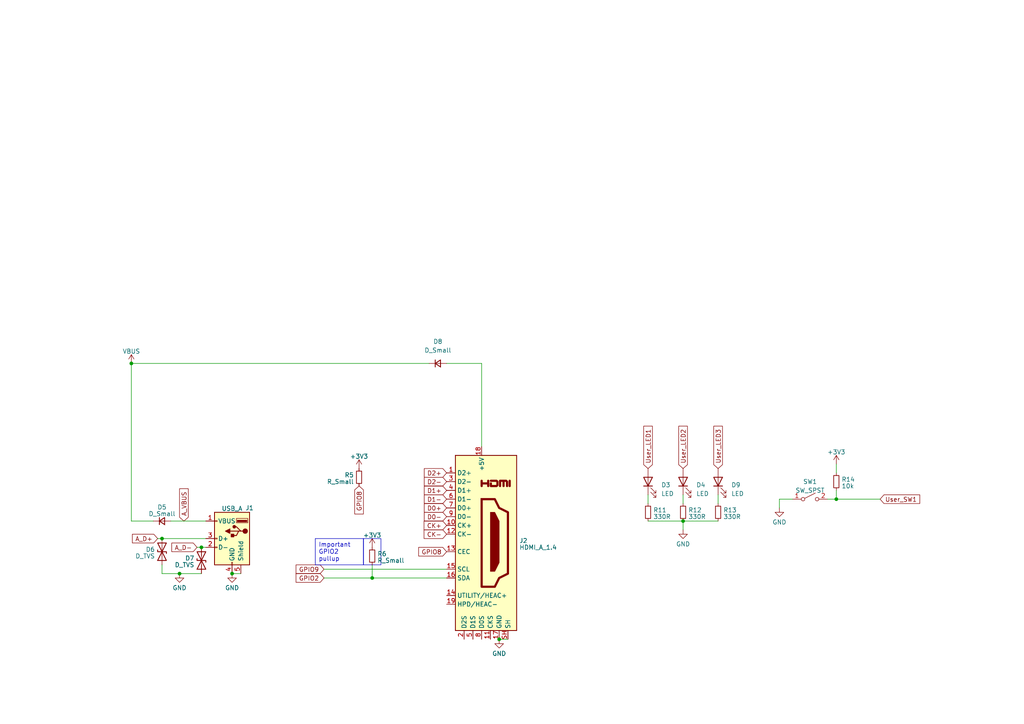
<source format=kicad_sch>
(kicad_sch (version 20231120) (generator "eeschema") (generator_version "8.0")
  (paper "A4")
  (lib_symbols
    (symbol "2023-11-07_05-46-56:TPS61299"
      (property "Reference" "U" (at 0 8.89 0))
      (symbol "TPS61299_1_1"
        (pin input line (at -7.62 0 0) (length 2.54) (name "VIN") (number "A1"))
        (pin input line (at 8.89 -3.81 180) (length 2.54) (name "GND") (number "A2"))
        (pin input line (at -7.62 3.81 0) (length 2.54) (name "SW") (number "B1"))
        (pin input line (at 8.89 3.81 180) (length 2.54) (name "VOUT") (number "B2"))
        (pin input line (at -7.62 -3.81 0) (length 2.54) (name "EN") (number "C1"))
        (pin input line (at 8.89 0 180) (length 2.54) (name "VSEL") (number "C2"))
      )
    )
    (symbol "Amplifier_Operational:TSV911xxLx" (pin_names (offset 0.127))
      (property "Reference" "U" (at -1.27 6.35 0))
      (property "Value" "TSV911xxLx" (at -1.27 3.81 0))
      (symbol "TSV911xxLx_0_1"
        (pin power_in line (at -2.54 -7.62 90) (length 3.81) (name "V-") (number "2"))
        (pin power_in line (at -2.54 7.62 270) (length 3.81) (name "V+") (number "5"))
      )
      (symbol "TSV911xxLx_1_1"
        (pin output line (at 7.62 0 180) (length 2.54) (name "~") (number "1"))
        (pin input line (at -7.62 2.54 0) (length 2.54) (name "+") (number "3"))
        (pin input line (at -7.62 -2.54 0) (length 2.54) (name "-") (number "4"))
      )
    )
    (symbol "Connector:HDMI_A_1.4"
      (property "Reference" "J" (at -6.35 26.67 0))
      (property "Value" "HDMI_A_1.4" (at 10.16 26.67 0))
      (symbol "HDMI_A_1.4_1_1"
        (pin passive line (at -10.16 20.32 0) (length 2.54) (name "D2+") (number "1"))
        (pin passive line (at -10.16 5.08 0) (length 2.54) (name "CK+") (number "10"))
        (pin power_in line (at 2.54 -27.94 90) (length 2.54) (name "CKS") (number "11"))
        (pin passive line (at -10.16 2.54 0) (length 2.54) (name "CK-") (number "12"))
        (pin bidirectional line (at -10.16 -2.54 0) (length 2.54) (name "CEC") (number "13"))
        (pin passive line (at -10.16 -15.24 0) (length 2.54) (name "UTILITY/HEAC+") (number "14"))
        (pin passive line (at -10.16 -7.62 0) (length 2.54) (name "SCL") (number "15"))
        (pin bidirectional line (at -10.16 -10.16 0) (length 2.54) (name "SDA") (number "16"))
        (pin power_in line (at 5.08 -27.94 90) (length 2.54) (name "GND") (number "17"))
        (pin power_in line (at 0 27.94 270) (length 2.54) (name "+5V") (number "18"))
        (pin passive line (at -10.16 -17.78 0) (length 2.54) (name "HPD/HEAC-") (number "19"))
        (pin power_in line (at -5.08 -27.94 90) (length 2.54) (name "D2S") (number "2"))
        (pin passive line (at -10.16 17.78 0) (length 2.54) (name "D2-") (number "3"))
        (pin passive line (at -10.16 15.24 0) (length 2.54) (name "D1+") (number "4"))
        (pin power_in line (at -2.54 -27.94 90) (length 2.54) (name "D1S") (number "5"))
        (pin passive line (at -10.16 12.7 0) (length 2.54) (name "D1-") (number "6"))
        (pin passive line (at -10.16 10.16 0) (length 2.54) (name "D0+") (number "7"))
        (pin power_in line (at 0 -27.94 90) (length 2.54) (name "D0S") (number "8"))
        (pin passive line (at -10.16 7.62 0) (length 2.54) (name "D0-") (number "9"))
        (pin passive line (at 7.62 -27.94 90) (length 2.54) (name "SH") (number "SH"))
      )
    )
    (symbol "Connector:USB_A" (pin_names (offset 1.016))
      (property "Reference" "J" (at -5.08 11.43 0))
      (property "Value" "USB_A" (at -5.08 8.89 0))
      (symbol "USB_A_1_1"
        (pin power_in line (at 7.62 5.08 180) (length 2.54) (name "VBUS") (number "1"))
        (pin bidirectional line (at 7.62 -2.54 180) (length 2.54) (name "D-") (number "2"))
        (pin bidirectional line (at 7.62 0 180) (length 2.54) (name "D+") (number "3"))
        (pin power_in line (at 0 -10.16 90) (length 2.54) (name "GND") (number "4"))
        (pin passive line (at -2.54 -10.16 90) (length 2.54) (name "Shield") (number "5"))
      )
    )
    (symbol "Connector_Generic_MountingPin:Conn_01x05_MountingPin" (pin_names (offset 1.016) hide)
      (property "Reference" "J" (at 0 7.62 0))
      (property "Value" "Conn_01x05_MountingPin" (at 1.27 -7.62 0))
      (symbol "Conn_01x05_MountingPin_1_1"
        (text "Mounting" (at 0 -6.731 0) (effects (font (size 0.381 0.381))))
        (pin passive line (at -5.08 5.08 0) (length 3.81) (name "Pin_1") (number "1"))
        (pin passive line (at -5.08 2.54 0) (length 3.81) (name "Pin_2") (number "2"))
        (pin passive line (at -5.08 0 0) (length 3.81) (name "Pin_3") (number "3"))
        (pin passive line (at -5.08 -2.54 0) (length 3.81) (name "Pin_4") (number "4"))
        (pin passive line (at -5.08 -5.08 0) (length 3.81) (name "Pin_5") (number "5"))
        (pin passive line (at 0 -10.16 90) (length 3.048) (name "MountPin") (number "MP"))
      )
    )
    (symbol "Device:Antenna_Chip" (pin_numbers hide) (pin_names (offset 1.016) hide)
      (property "Reference" "AE" (at 0 5.08 0))
      (property "Value" "Antenna_Chip" (at 0 3.175 0))
      (symbol "Antenna_Chip_1_1"
        (pin input line (at -2.54 -2.54 90) (length 2.54) (name "FEED") (number "1"))
        (pin passive line (at 2.54 -2.54 90) (length 2.54) (name "PCB_Trace") (number "2"))
      )
    )
    (symbol "Device:C_Polarized" (pin_numbers hide) (pin_names (offset 0.254))
      (property "Reference" "C" (at 0.635 2.54 0))
      (property "Value" "C_Polarized" (at 0.635 -2.54 0))
      (symbol "C_Polarized_1_1"
        (pin passive line (at 0 3.81 270) (length 2.794) (name "~") (number "1"))
        (pin passive line (at 0 -3.81 90) (length 2.794) (name "~") (number "2"))
      )
    )
    (symbol "Device:C_Small" (pin_numbers hide) (pin_names (offset 0.254) hide)
      (property "Reference" "C" (at 0.254 1.778 0))
      (property "Value" "C_Small" (at 0.254 -2.032 0))
      (symbol "C_Small_1_1"
        (pin passive line (at 0 2.54 270) (length 2.032) (name "~") (number "1"))
        (pin passive line (at 0 -2.54 90) (length 2.032) (name "~") (number "2"))
      )
    )
    (symbol "Device:Crystal_GND24" (pin_names (offset 1.016) hide)
      (property "Reference" "Y" (at 3.175 5.08 0))
      (property "Value" "Crystal_GND24" (at 3.175 3.175 0))
      (symbol "Crystal_GND24_1_1"
        (pin passive line (at -3.81 0 0) (length 1.27) (name "1") (number "1"))
        (pin passive line (at 0 5.08 270) (length 1.27) (name "2") (number "2"))
        (pin passive line (at 3.81 0 180) (length 1.27) (name "3") (number "3"))
        (pin passive line (at 0 -5.08 90) (length 1.27) (name "4") (number "4"))
      )
    )
    (symbol "Device:D_Small" (pin_numbers hide) (pin_names (offset 0.254) hide)
      (property "Reference" "D" (at -1.27 2.032 0))
      (property "Value" "D_Small" (at -3.81 -2.032 0))
      (symbol "D_Small_1_1"
        (pin passive line (at -2.54 0 0) (length 1.778) (name "K") (number "1"))
        (pin passive line (at 2.54 0 180) (length 1.778) (name "A") (number "2"))
      )
    )
    (symbol "Device:D_TVS" (pin_numbers hide) (pin_names (offset 1.016) hide)
      (property "Reference" "D" (at 0 2.54 0))
      (property "Value" "D_TVS" (at 0 -2.54 0))
      (symbol "D_TVS_1_1"
        (pin passive line (at -3.81 0 0) (length 2.54) (name "A1") (number "1"))
        (pin passive line (at 3.81 0 180) (length 2.54) (name "A2") (number "2"))
      )
    )
    (symbol "Device:Fuse" (pin_numbers hide) (pin_names (offset 0))
      (property "Reference" "F" (at 2.032 0 90))
      (property "Value" "Fuse" (at -1.905 0 90))
      (symbol "Fuse_1_1"
        (pin passive line (at 0 3.81 270) (length 1.27) (name "~") (number "1"))
        (pin passive line (at 0 -3.81 90) (length 1.27) (name "~") (number "2"))
      )
    )
    (symbol "Device:L" (pin_numbers hide) (pin_names (offset 1.016) hide)
      (property "Reference" "L" (at -1.27 0 90))
      (property "Value" "L" (at 1.905 0 90))
      (symbol "L_1_1"
        (pin passive line (at 0 3.81 270) (length 1.27) (name "1") (number "1"))
        (pin passive line (at 0 -3.81 90) (length 1.27) (name "2") (number "2"))
      )
    )
    (symbol "Device:LED" (pin_numbers hide) (pin_names (offset 1.016) hide)
      (property "Reference" "D" (at 0 2.54 0))
      (property "Value" "LED" (at 0 -2.54 0))
      (symbol "LED_1_1"
        (pin passive line (at -3.81 0 0) (length 2.54) (name "K") (number "1"))
        (pin passive line (at 3.81 0 180) (length 2.54) (name "A") (number "2"))
      )
    )
    (symbol "Device:L_Small" (pin_numbers hide) (pin_names (offset 0.254) hide)
      (property "Reference" "L" (at 0.762 1.016 0))
      (property "Value" "L_Small" (at 0.762 -1.016 0))
      (symbol "L_Small_1_1"
        (pin passive line (at 0 2.54 270) (length 0.508) (name "~") (number "1"))
        (pin passive line (at 0 -2.54 90) (length 0.508) (name "~") (number "2"))
      )
    )
    (symbol "Device:R_Small" (pin_numbers hide) (pin_names (offset 0.254) hide)
      (property "Reference" "R" (at 0.762 0.508 0))
      (property "Value" "R_Small" (at 0.762 -1.016 0))
      (symbol "R_Small_1_1"
        (pin passive line (at 0 2.54 270) (length 0.762) (name "~") (number "1"))
        (pin passive line (at 0 -2.54 90) (length 0.762) (name "~") (number "2"))
      )
    )
    (symbol "ESP32-C3FH4:ESP32-C3FH4" (pin_names (offset 1.016))
      (property "Reference" "U" (at -17.78 33.782 0))
      (property "Value" "ESP32-C3FH4" (at -17.78 -38.862 0))
      (symbol "ESP32-C3FH4_0_0"
        (pin bidirectional line (at 22.86 -10.16 180) (length 5.08) (name "LNA_IN") (number "1"))
        (pin bidirectional line (at 22.86 7.62 180) (length 5.08) (name "MTDI") (number "10"))
        (pin power_in line (at 22.86 25.4 180) (length 5.08) (name "VDD3P3_RTC") (number "11"))
        (pin bidirectional line (at 22.86 5.08 180) (length 5.08) (name "MTCK") (number "12"))
        (pin bidirectional line (at 22.86 2.54 180) (length 5.08) (name "MTDO") (number "13"))
        (pin bidirectional line (at 22.86 -20.32 180) (length 5.08) (name "GPIO8") (number "14"))
        (pin bidirectional line (at 22.86 -22.86 180) (length 5.08) (name "GPIO9") (number "15"))
        (pin bidirectional line (at 22.86 -25.4 180) (length 5.08) (name "GPIO10") (number "16"))
        (pin power_in line (at 22.86 22.86 180) (length 5.08) (name "VDD3P3_CPU") (number "17"))
        (pin power_in line (at 22.86 20.32 180) (length 5.08) (name "VDD_SPI") (number "18"))
        (pin bidirectional line (at -22.86 -5.08 0) (length 5.08) (name "SPIHD") (number "19"))
        (pin power_in line (at 22.86 30.48 180) (length 5.08) (name "VDD3P3") (number "2"))
        (pin bidirectional line (at -22.86 -7.62 0) (length 5.08) (name "SPIWP") (number "20"))
        (pin bidirectional line (at -22.86 -10.16 0) (length 5.08) (name "SPICS0") (number "21"))
        (pin bidirectional line (at -22.86 -12.7 0) (length 5.08) (name "SPICLK") (number "22"))
        (pin bidirectional line (at -22.86 -15.24 0) (length 5.08) (name "SPID") (number "23"))
        (pin bidirectional line (at -22.86 -17.78 0) (length 5.08) (name "SPIQ") (number "24"))
        (pin bidirectional line (at 22.86 -27.94 180) (length 5.08) (name "GPIO18") (number "25"))
        (pin bidirectional line (at 22.86 -30.48 180) (length 5.08) (name "GPIO19") (number "26"))
        (pin bidirectional line (at 22.86 -2.54 180) (length 5.08) (name "U0RXD") (number "27"))
        (pin bidirectional line (at 22.86 -5.08 180) (length 5.08) (name "U0TXD") (number "28"))
        (pin output line (at -22.86 7.62 0) (length 5.08) (name "XTAL_N") (number "29"))
        (pin power_in line (at 22.86 27.94 180) (length 5.08) (name "VDD3P3__1") (number "3"))
        (pin input clock (at -22.86 10.16 0) (length 5.08) (name "XTAL_P") (number "30"))
        (pin power_in line (at 22.86 17.78 180) (length 5.08) (name "VDDA") (number "31"))
        (pin power_in line (at 22.86 15.24 180) (length 5.08) (name "VDDA__1") (number "32"))
        (pin power_in line (at 22.86 -35.56 180) (length 5.08) (name "GND") (number "33"))
        (pin bidirectional line (at -22.86 2.54 0) (length 5.08) (name "XTAL_32K_P") (number "4"))
        (pin bidirectional line (at -22.86 0 0) (length 5.08) (name "XTAL_32K_N") (number "5"))
        (pin bidirectional line (at 22.86 -15.24 180) (length 5.08) (name "GPIO2") (number "6"))
        (pin input line (at -22.86 15.24 0) (length 5.08) (name "CHIP_EN") (number "7"))
        (pin bidirectional line (at 22.86 -17.78 180) (length 5.08) (name "GPIO3") (number "8"))
        (pin bidirectional line (at 22.86 10.16 180) (length 5.08) (name "MTMS") (number "9"))
      )
    )
    (symbol "Regulator_Switching:LTC3406AES5" (pin_names (offset 0.254))
      (property "Reference" "U" (at -6.35 6.35 0))
      (property "Value" "LTC3406AES5" (at 1.27 6.35 0))
      (symbol "LTC3406AES5_1_1"
        (pin input line (at -10.16 0 0) (length 2.54) (name "RUN") (number "1"))
        (pin power_in line (at 0 -7.62 90) (length 2.54) (name "GND") (number "2"))
        (pin output line (at 10.16 2.54 180) (length 2.54) (name "SW") (number "3"))
        (pin power_in line (at 0 7.62 270) (length 2.54) (name "VIN") (number "4"))
        (pin power_out line (at 10.16 -2.54 180) (length 2.54) (name "VOUT") (number "5"))
      )
    )
    (symbol "Sensor_Motion:LIS2DE12"
      (property "Reference" "U" (at -5.08 11.43 0))
      (property "Value" "LIS2DE12" (at 3.81 11.43 0))
      (symbol "LIS2DE12_1_1"
        (pin input line (at -10.16 -2.54 0) (length 2.54) (name "SCL/SPC") (number "1"))
        (pin power_in line (at 2.54 12.7 270) (length 2.54) (name "Vdd_IO") (number "10"))
        (pin output line (at 12.7 0 180) (length 2.54) (name "INT2") (number "11"))
        (pin output line (at 12.7 2.54 180) (length 2.54) (name "INT1") (number "12"))
        (pin input line (at -10.16 5.08 0) (length 2.54) (name "~{CS}") (number "2"))
        (pin bidirectional line (at -10.16 0 0) (length 2.54) (name "SA0/SDO") (number "3"))
        (pin bidirectional line (at -10.16 2.54 0) (length 2.54) (name "SDA/SDI") (number "4"))
        (pin passive line (at 12.7 -7.62 180) (length 2.54) (name "RES") (number "5"))
        (pin power_in line (at 0 -12.7 90) (length 2.54) (name "GND") (number "6"))
        (pin passive line (at 0 -12.7 90) (length 2.54) hide (name "GND") (number "7"))
        (pin passive line (at 0 -12.7 90) (length 2.54) hide (name "GND") (number "8"))
        (pin power_in line (at 0 12.7 270) (length 2.54) (name "Vdd") (number "9"))
      )
    )
    (symbol "Switch:SW_SPST" (pin_names (offset 0) hide)
      (property "Reference" "SW" (at 0 3.175 0))
      (property "Value" "SW_SPST" (at 0 -2.54 0))
      (symbol "SW_SPST_1_1"
        (pin passive line (at -5.08 0 0) (length 2.54) (name "A") (number "1"))
        (pin passive line (at 5.08 0 180) (length 2.54) (name "B") (number "2"))
      )
    )
    (symbol "power:+3V3" (power) (pin_names (offset 0))
      (property "Value" "+3V3" (at 0 3.556 0))
      (symbol "+3V3_1_1"
        (pin power_in line (at 0 0 90) (length 0) hide (name "+3V3") (number "1"))
      )
    )
    (symbol "power:GND" (power) (pin_names (offset 0))
      (property "Value" "GND" (at 0 -3.81 0))
      (symbol "GND_1_1"
        (pin power_in line (at 0 0 270) (length 0) hide (name "GND") (number "1"))
      )
    )
    (symbol "power:VBUS" (power) (pin_names (offset 0))
      (property "Value" "VBUS" (at 0 3.81 0))
      (symbol "VBUS_1_1"
        (pin power_in line (at 0 0 90) (length 0) hide (name "VBUS") (number "1"))
      )
    )
  )
  (junction (at 99.06 -49.53))
  (junction (at 405.13 97.79))
  (junction (at 415.29 184.15))
  (junction (at -17.78 -59.69))
  (junction (at 323.85 105.41))
  (junction (at 447.04 128.27))
  (junction (at 405.13 184.15))
  (junction (at 405.13 96.52))
  (junction (at 370.84 243.84))
  (junction (at 144.78 185.42))
  (junction (at 73.66 -99.06))
  (junction (at 422.91 160.02))
  (junction (at 46.99 156.21))
  (junction (at 405.13 87.63))
  (junction (at 52.07 166.37))
  (junction (at 427.99 170.18))
  (junction (at 105.41 -62.23))
  (junction (at 344.17 243.84))
  (junction (at 38.1 -99.06))
  (junction (at 58.42 158.75))
  (junction (at 438.15 184.15))
  (junction (at 453.39 133.35))
  (junction (at 473.71 151.13))
  (junction (at 463.55 158.75))
  (junction (at 71.12 -58.42))
  (junction (at 426.72 184.15))
  (junction (at 49.53 -99.06))
  (junction (at -26.67 -57.15))
  (junction (at 198.12 151.13))
  (junction (at 370.84 208.28))
  (junction (at 119.38 -62.23))
  (junction (at 339.09 105.41))
  (junction (at 344.17 208.28))
  (junction (at 107.95 167.64))
  (junction (at -26.67 -44.45))
  (junction (at 344.17 212.09))
  (junction (at 421.64 92.71))
  (junction (at -53.34 -30.48))
  (junction (at 105.41 -49.53))
  (junction (at 331.47 110.49))
  (junction (at 67.31 166.37))
  (junction (at 459.74 128.27))
  (junction (at -53.34 -57.15))
  (junction (at 71.12 -62.23))
  (junction (at -2.54 -67.31))
  (junction (at 427.99 87.63))
  (junction (at 405.13 100.33))
  (junction (at 82.55 -58.42))
  (junction (at 415.29 87.63))
  (junction (at 105.41 -57.15))
  (junction (at 415.29 179.07))
  (junction (at 242.57 144.78))
  (junction (at 443.23 170.18))
  (junction (at 405.13 95.25))
  (junction (at 426.72 179.07))
  (junction (at 62.23 -99.06))
  (junction (at 405.13 179.07))
  (junction (at 26.67 -99.06))
  (junction (at 356.87 243.84))
  (junction (at 339.09 100.33))
  (junction (at 90.17 -49.53))
  (junction (at 26.67 -62.23))
  (junction (at 38.1 105.41))
  (junction (at 44.45 -62.23))
  (junction (at 434.34 162.56))
  (junction (at -2.54 -52.07))
  (junction (at 438.15 179.07))
  (junction (at -48.26 -33.02))
  (wire (pts (xy -26.67 -44.45) (xy 7.62 -44.45)))
  (wire (pts (xy 99.06 -58.42) (xy 101.6 -58.42)))
  (wire (pts (xy 15.24 -99.06) (xy 26.67 -99.06)))
  (wire (pts (xy 198.12 146.05) (xy 198.12 143.51)))
  (wire (pts (xy -81.28 -30.48) (xy -83.82 -30.48)))
  (wire (pts (xy 46.99 166.37) (xy 46.99 163.83)))
  (wire (pts (xy 242.57 144.78) (xy 240.03 144.78)))
  (wire (pts (xy 119.38 -57.15) (xy 119.38 -49.53)))
  (wire (pts (xy 331.47 100.33) (xy 339.09 100.33)))
  (wire (pts (xy 453.39 133.35) (xy 459.74 133.35)))
  (wire (pts (xy -53.34 -57.15) (xy -36.83 -57.15)))
  (wire (pts (xy 38.1 151.13) (xy 44.45 151.13)))
  (wire (pts (xy -53.34 -30.48) (xy -53.34 -25.4)))
  (wire (pts (xy 405.13 87.63) (xy 405.13 90.17)))
  (wire (pts (xy -48.26 -36.83) (xy -48.26 -33.02)))
  (wire (pts (xy 107.95 163.83) (xy 107.95 167.64)))
  (wire (pts (xy -63.5 -30.48) (xy -53.34 -30.48)))
  (wire (pts (xy -17.78 -52.07) (xy -2.54 -52.07)))
  (wire (pts (xy 316.23 228.6) (xy 316.23 243.84)))
  (wire (pts (xy 316.23 243.84) (xy 344.17 243.84)))
  (wire (pts (xy 443.23 170.18) (xy 445.77 170.18)))
  (wire (pts (xy 463.55 151.13) (xy 473.71 151.13)))
  (wire (pts (xy 99.06 -49.53) (xy 99.06 -54.61)))
  (wire (pts (xy 198.12 151.13) (xy 208.28 151.13)))
  (wire (pts (xy 71.12 -62.23) (xy 71.12 -58.42)))
  (wire (pts (xy 71.12 -58.42) (xy 82.55 -58.42)))
  (wire (pts (xy 226.06 144.78) (xy 226.06 147.32)))
  (wire (pts (xy 459.74 128.27) (xy 472.44 128.27)))
  (wire (pts (xy 242.57 144.78) (xy 255.27 144.78)))
  (wire (pts (xy -48.26 -33.02) (xy -27.94 -33.02)))
  (wire (pts (xy 101.6 -58.42) (xy 101.6 -57.15)))
  (wire (pts (xy 344.17 212.09) (xy 346.71 212.09)))
  (wire (pts (xy 57.15 158.75) (xy 58.42 158.75)))
  (wire (pts (xy -53.34 -57.15) (xy -53.34 -46.99)))
  (wire (pts (xy 331.47 110.49) (xy 331.47 109.22)))
  (wire (pts (xy 323.85 105.41) (xy 326.39 105.41)))
  (wire (pts (xy 38.1 105.41) (xy 38.1 151.13)))
  (wire (pts (xy 359.41 106.68) (xy 359.41 107.95)))
  (wire (pts (xy 26.67 -57.15) (xy 26.67 -52.07)))
  (wire (pts (xy 405.13 92.71) (xy 405.13 95.25)))
  (wire (pts (xy 229.87 144.78) (xy 226.06 144.78)))
  (wire (pts (xy -76.2 -30.48) (xy -68.58 -30.48)))
  (wire (pts (xy 78.74 -62.23) (xy 82.55 -62.23)))
  (wire (pts (xy 356.87 243.84) (xy 370.84 243.84)))
  (wire (pts (xy -48.26 -64.77) (xy -48.26 -52.07)))
  (wire (pts (xy 425.45 154.94) (xy 435.61 154.94)))
  (wire (pts (xy 421.64 160.02) (xy 422.91 160.02)))
  (wire (pts (xy -53.34 -41.91) (xy -53.34 -30.48)))
  (wire (pts (xy 347.98 106.68) (xy 359.41 106.68)))
  (wire (pts (xy 45.72 156.21) (xy 46.99 156.21)))
  (wire (pts (xy 422.91 160.02) (xy 435.61 160.02)))
  (wire (pts (xy 187.96 151.13) (xy 198.12 151.13)))
  (wire (pts (xy 105.41 -62.23) (xy 119.38 -62.23)))
  (wire (pts (xy 99.06 -62.23) (xy 105.41 -62.23)))
  (wire (pts (xy 405.13 97.79) (xy 405.13 100.33)))
  (wire (pts (xy 463.55 158.75) (xy 462.28 158.75)))
  (wire (pts (xy 20.32 -62.23) (xy 26.67 -62.23)))
  (wire (pts (xy 334.01 219.71) (xy 316.23 219.71)))
  (wire (pts (xy 370.84 226.06) (xy 370.84 243.84)))
  (wire (pts (xy 426.72 179.07) (xy 438.15 179.07)))
  (wire (pts (xy -17.78 -59.69) (xy -17.78 -67.31)))
  (wire (pts (xy 44.45 -54.61) (xy 44.45 -46.99)))
  (wire (pts (xy 38.1 105.41) (xy 124.46 105.41)))
  (wire (pts (xy 119.38 -49.53) (xy 105.41 -49.53)))
  (wire (pts (xy -31.75 -57.15) (xy -26.67 -57.15)))
  (wire (pts (xy 421.64 92.71) (xy 427.99 92.71)))
  (wire (pts (xy 438.15 184.15) (xy 449.58 184.15)))
  (wire (pts (xy 434.34 162.56) (xy 435.61 162.56)))
  (wire (pts (xy 405.13 128.27) (xy 447.04 128.27)))
  (wire (pts (xy 434.34 170.18) (xy 427.99 170.18)))
  (wire (pts (xy -31.75 -71.12) (xy -26.67 -71.12)))
  (wire (pts (xy 7.62 -57.15) (xy 7.62 -44.45)))
  (wire (pts (xy 382.27 243.84) (xy 382.27 226.06)))
  (wire (pts (xy 105.41 -49.53) (xy 105.41 -52.07)))
  (wire (pts (xy 453.39 133.35) (xy 453.39 134.62)))
  (wire (pts (xy 415.29 179.07) (xy 426.72 179.07)))
  (wire (pts (xy 422.91 170.18) (xy 422.91 167.64)))
  (wire (pts (xy 129.54 105.41) (xy 139.7 105.41)))
  (wire (pts (xy 382.27 208.28) (xy 382.27 220.98)))
  (wire (pts (xy 405.13 184.15) (xy 415.29 184.15)))
  (wire (pts (xy 73.66 -62.23) (xy 71.12 -62.23)))
  (wire (pts (xy 424.18 87.63) (xy 427.99 87.63)))
  (wire (pts (xy 46.99 156.21) (xy 59.69 156.21)))
  (wire (pts (xy 463.55 158.75) (xy 473.71 158.75)))
  (wire (pts (xy 49.53 151.13) (xy 59.69 151.13)))
  (wire (pts (xy 405.13 95.25) (xy 405.13 96.52)))
  (wire (pts (xy 415.29 184.15) (xy 426.72 184.15)))
  (wire (pts (xy -53.34 -71.12) (xy -53.34 -57.15)))
  (wire (pts (xy -63.5 -57.15) (xy -53.34 -57.15)))
  (wire (pts (xy 52.07 166.37) (xy 46.99 166.37)))
  (wire (pts (xy 347.98 100.33) (xy 347.98 106.68)))
  (wire (pts (xy 90.17 -49.53) (xy 99.06 -49.53)))
  (wire (pts (xy 44.45 -62.23) (xy 71.12 -62.23)))
  (wire (pts (xy -17.78 -67.31) (xy -2.54 -67.31)))
  (wire (pts (xy 82.55 -58.42) (xy 82.55 -54.61)))
  (wire (pts (xy 71.12 -53.34) (xy 71.12 -49.53)))
  (wire (pts (xy 405.13 179.07) (xy 415.29 179.07)))
  (wire (pts (xy 187.96 146.05) (xy 187.96 143.51)))
  (wire (pts (xy 144.78 185.42) (xy 147.32 185.42)))
  (wire (pts (xy 58.42 158.75) (xy 59.69 158.75)))
  (wire (pts (xy -17.78 -57.15) (xy -17.78 -59.69)))
  (wire (pts (xy 331.47 110.49) (xy 359.41 110.49)))
  (wire (pts (xy 344.17 208.28) (xy 370.84 208.28)))
  (wire (pts (xy 438.15 179.07) (xy 449.58 179.07)))
  (wire (pts (xy 405.13 96.52) (xy 408.94 96.52)))
  (wire (pts (xy -26.67 -57.15) (xy -26.67 -44.45)))
  (wire (pts (xy 49.53 -99.06) (xy 62.23 -99.06)))
  (wire (pts (xy 7.62 -62.23) (xy 12.7 -62.23)))
  (wire (pts (xy 344.17 208.28) (xy 344.17 212.09)))
  (wire (pts (xy 316.23 219.71) (xy 316.23 223.52)))
  (wire (pts (xy 414.02 154.94) (xy 420.37 154.94)))
  (wire (pts (xy 107.95 167.64) (xy 93.98 167.64)))
  (wire (pts (xy 331.47 100.33) (xy 331.47 101.6)))
  (wire (pts (xy 405.13 87.63) (xy 415.29 87.63)))
  (wire (pts (xy 415.29 92.71) (xy 421.64 92.71)))
  (wire (pts (xy 198.12 153.67) (xy 198.12 151.13)))
  (wire (pts (xy 139.7 105.41) (xy 139.7 129.54)))
  (wire (pts (xy 58.42 166.37) (xy 52.07 166.37)))
  (wire (pts (xy 26.67 -99.06) (xy 38.1 -99.06)))
  (wire (pts (xy 242.57 134.62) (xy 242.57 137.16)))
  (wire (pts (xy 405.13 100.33) (xy 405.13 102.87)))
  (wire (pts (xy 356.87 243.84) (xy 356.87 232.41)))
  (wire (pts (xy -48.26 -64.77) (xy -43.18 -64.77)))
  (wire (pts (xy -38.1 -44.45) (xy -26.67 -44.45)))
  (wire (pts (xy 62.23 -99.06) (xy 73.66 -99.06)))
  (wire (pts (xy 93.98 165.1) (xy 129.54 165.1)))
  (wire (pts (xy -17.78 -59.69) (xy -12.7 -59.69)))
  (wire (pts (xy 455.93 128.27) (xy 459.74 128.27)))
  (wire (pts (xy 415.29 87.63) (xy 419.1 87.63)))
  (wire (pts (xy -43.18 -64.77) (xy -43.18 -63.5)))
  (wire (pts (xy 107.95 167.64) (xy 129.54 167.64)))
  (wire (pts (xy 427.99 170.18) (xy 422.91 170.18)))
  (wire (pts (xy -73.66 -57.15) (xy -68.58 -57.15)))
  (wire (pts (xy 405.13 96.52) (xy 405.13 97.79)))
  (wire (pts (xy -48.26 -27.94) (xy -48.26 -25.4)))
  (wire (pts (xy 242.57 142.24) (xy 242.57 144.78)))
  (wire (pts (xy -36.83 -71.12) (xy -53.34 -71.12)))
  (wire (pts (xy 26.67 -62.23) (xy 44.45 -62.23)))
  (wire (pts (xy 323.85 110.49) (xy 331.47 110.49)))
  (wire (pts (xy 344.17 243.84) (xy 356.87 243.84)))
  (wire (pts (xy 426.72 184.15) (xy 438.15 184.15)))
  (wire (pts (xy 336.55 105.41) (xy 339.09 105.41)))
  (wire (pts (xy 105.41 -49.53) (xy 99.06 -49.53)))
  (wire (pts (xy 313.69 105.41) (xy 323.85 105.41)))
  (wire (pts (xy 447.04 128.27) (xy 450.85 128.27)))
  (wire (pts (xy 71.12 -49.53) (xy 90.17 -49.53)))
  (wire (pts (xy 344.17 243.84) (xy 344.17 237.49)))
  (wire (pts (xy 101.6 -57.15) (xy 105.41 -57.15)))
  (wire (pts (xy 38.1 -99.06) (xy 49.53 -99.06)))
  (wire (pts (xy 447.04 133.35) (xy 453.39 133.35)))
  (wire (pts (xy 339.09 100.33) (xy 347.98 100.33)))
  (wire (pts (xy 370.84 208.28) (xy 382.27 208.28)))
  (wire (pts (xy 463.55 156.21) (xy 463.55 158.75)))
  (wire (pts (xy 433.07 162.56) (xy 434.34 162.56)))
  (wire (pts (xy 208.28 146.05) (xy 208.28 143.51)))
  (wire (pts (xy 370.84 208.28) (xy 370.84 220.98)))
  (wire (pts (xy 67.31 166.37) (xy 69.85 166.37)))
  (wire (pts (xy -53.34 -20.32) (xy -53.34 -17.78)))
  (wire (pts (xy 370.84 243.84) (xy 382.27 243.84)))
  (wire (pts (xy -26.67 -71.12) (xy -26.67 -57.15)))
  (rectangle (start 105.41 156.21) (end 110.49 163.83))
  (text_box "Important GPIO2 pullup" (at 91.44 156.21 0) (size 13.97 7.62) (effects (font (size 1.27 1.27)) (justify left top)))
  (global_label "User_LED3" (shape input) (at 405.13 135.89 0) (property "Intersheetrefs" "${INTERSHEET_REFS}" (effects (hide yes))))
  (global_label "User_LED1" (shape input) (at 320.04 130.81 180) (property "Intersheetrefs" "${INTERSHEET_REFS}" (effects (hide yes))))
  (global_label "D0-" (shape input) (at 129.54 149.86 180) (property "Intersheetrefs" "${INTERSHEET_REFS}" (effects (hide yes))))
  (global_label "RXD" (shape input) (at 320.04 130.81 0) (property "Intersheetrefs" "${INTERSHEET_REFS}" (effects (hide yes))))
  (global_label "A_D-" (shape input) (at 433.07 162.56 180) (property "Intersheetrefs" "${INTERSHEET_REFS}" (effects (hide yes))))
  (global_label "ACC_MISO" (shape input) (at 334.01 224.79 180) (property "Intersheetrefs" "${INTERSHEET_REFS}" (effects (hide yes))))
  (global_label "A_VBUS" (shape input) (at 53.34 151.13 90) (property "Intersheetrefs" "${INTERSHEET_REFS}" (effects (hide yes))))
  (global_label "GPIO2" (shape input) (at 405.13 133.35 0) (property "Intersheetrefs" "${INTERSHEET_REFS}" (effects (hide yes))))
  (global_label "User_SW1" (shape input) (at 359.41 118.11 180) (property "Intersheetrefs" "${INTERSHEET_REFS}" (effects (hide yes))))
  (global_label "CK+" (shape input) (at -83.82 -30.48 180) (property "Intersheetrefs" "${INTERSHEET_REFS}" (effects (hide yes))))
  (global_label "A_D+" (shape input) (at 45.72 156.21 180) (property "Intersheetrefs" "${INTERSHEET_REFS}" (effects (hide yes))))
  (global_label "D1+" (shape input) (at 62.23 -93.98 270) (property "Intersheetrefs" "${INTERSHEET_REFS}" (effects (hide yes))))
  (global_label "ACC_INT2" (shape input) (at 405.13 107.95 0) (property "Intersheetrefs" "${INTERSHEET_REFS}" (effects (hide yes))))
  (global_label "ACC_INT1" (shape input) (at 356.87 222.25 0) (property "Intersheetrefs" "${INTERSHEET_REFS}" (effects (hide yes))))
  (global_label "Cap_V+" (shape input) (at 44.45 -62.23 90) (property "Intersheetrefs" "${INTERSHEET_REFS}" (effects (hide yes))))
  (global_label "D1-" (shape input) (at 73.66 -93.98 270) (property "Intersheetrefs" "${INTERSHEET_REFS}" (effects (hide yes))))
  (global_label "User_LED1" (shape input) (at 187.96 135.89 90) (property "Intersheetrefs" "${INTERSHEET_REFS}" (effects (hide yes))))
  (global_label "GPIO8" (shape input) (at 129.54 160.02 180) (property "Intersheetrefs" "${INTERSHEET_REFS}" (effects (hide yes))))
  (global_label "GPIO8" (shape input) (at 405.13 138.43 0) (property "Intersheetrefs" "${INTERSHEET_REFS}" (effects (hide yes))))
  (global_label "D0-" (shape input) (at -73.66 -57.15 90) (property "Intersheetrefs" "${INTERSHEET_REFS}" (effects (hide yes))))
  (global_label "D2+" (shape input) (at 129.54 137.16 180) (property "Intersheetrefs" "${INTERSHEET_REFS}" (effects (hide yes))))
  (global_label "D2+" (shape input) (at 15.24 -93.98 270) (property "Intersheetrefs" "${INTERSHEET_REFS}" (effects (hide yes))))
  (global_label "D1+" (shape input) (at 129.54 142.24 180) (property "Intersheetrefs" "${INTERSHEET_REFS}" (effects (hide yes))))
  (global_label "CK-" (shape input) (at 129.54 154.94 180) (property "Intersheetrefs" "${INTERSHEET_REFS}" (effects (hide yes))))
  (global_label "CK+" (shape input) (at 129.54 152.4 180) (property "Intersheetrefs" "${INTERSHEET_REFS}" (effects (hide yes))))
  (global_label "D2-" (shape input) (at 26.67 -93.98 270) (property "Intersheetrefs" "${INTERSHEET_REFS}" (effects (hide yes))))
  (global_label "GPIO2" (shape input) (at 93.98 167.64 180) (property "Intersheetrefs" "${INTERSHEET_REFS}" (effects (hide yes))))
  (global_label "ACC_INT1" (shape input) (at 405.13 110.49 0) (property "Intersheetrefs" "${INTERSHEET_REFS}" (effects (hide yes))))
  (global_label "D1-" (shape input) (at 129.54 144.78 180) (property "Intersheetrefs" "${INTERSHEET_REFS}" (effects (hide yes))))
  (global_label "A_D+" (shape input) (at 421.64 160.02 180) (property "Intersheetrefs" "${INTERSHEET_REFS}" (effects (hide yes))))
  (global_label "A_D+" (shape input) (at 405.13 148.59 0) (property "Intersheetrefs" "${INTERSHEET_REFS}" (effects (hide yes))))
  (global_label "D0+" (shape input) (at 129.54 147.32 180) (property "Intersheetrefs" "${INTERSHEET_REFS}" (effects (hide yes))))
  (global_label "TXD" (shape input) (at 320.04 133.35 0) (property "Intersheetrefs" "${INTERSHEET_REFS}" (effects (hide yes))))
  (global_label "ACC_SCK" (shape input) (at 405.13 113.03 0) (property "Intersheetrefs" "${INTERSHEET_REFS}" (effects (hide yes))))
  (global_label "GPIO8" (shape input) (at 104.14 140.97 270) (property "Intersheetrefs" "${INTERSHEET_REFS}" (effects (hide yes))))
  (global_label "D0+" (shape input) (at 49.53 -93.98 270) (property "Intersheetrefs" "${INTERSHEET_REFS}" (effects (hide yes))))
  (global_label "CK-" (shape input) (at -48.26 -25.4 270) (property "Intersheetrefs" "${INTERSHEET_REFS}" (effects (hide yes))))
  (global_label "ACC_MISO" (shape input) (at 405.13 115.57 0) (property "Intersheetrefs" "${INTERSHEET_REFS}" (effects (hide yes))))
  (global_label "GPIO9" (shape input) (at 462.28 158.75 180) (property "Intersheetrefs" "${INTERSHEET_REFS}" (effects (hide yes))))
  (global_label "TXD" (shape input) (at 473.71 153.67 180) (property "Intersheetrefs" "${INTERSHEET_REFS}" (effects (hide yes))))
  (global_label "GPIO9" (shape input) (at 93.98 165.1 180) (property "Intersheetrefs" "${INTERSHEET_REFS}" (effects (hide yes))))
  (global_label "A_D-" (shape input) (at 57.15 158.75 180) (property "Intersheetrefs" "${INTERSHEET_REFS}" (effects (hide yes))))
  (global_label "RXD" (shape input) (at 473.71 156.21 180) (property "Intersheetrefs" "${INTERSHEET_REFS}" (effects (hide yes))))
  (global_label "D0-" (shape input) (at 38.1 -93.98 270) (property "Intersheetrefs" "${INTERSHEET_REFS}" (effects (hide yes))))
  (global_label "A_D-" (shape input) (at 405.13 146.05 0) (property "Intersheetrefs" "${INTERSHEET_REFS}" (effects (hide yes))))
  (global_label "RXD" (shape input) (at 405.13 120.65 0) (property "Intersheetrefs" "${INTERSHEET_REFS}" (effects (hide yes))))
  (global_label "ACC_MOSI" (shape input) (at 334.01 222.25 180) (property "Intersheetrefs" "${INTERSHEET_REFS}" (effects (hide yes))))
  (global_label "User_LED3" (shape input) (at 208.28 135.89 90) (property "Intersheetrefs" "${INTERSHEET_REFS}" (effects (hide yes))))
  (global_label "D2-" (shape input) (at 129.54 139.7 180) (property "Intersheetrefs" "${INTERSHEET_REFS}" (effects (hide yes))))
  (global_label "TXD" (shape input) (at 405.13 123.19 0) (property "Intersheetrefs" "${INTERSHEET_REFS}" (effects (hide yes))))
  (global_label "ACC_SCK" (shape input) (at 334.01 227.33 180) (property "Intersheetrefs" "${INTERSHEET_REFS}" (effects (hide yes))))
  (global_label "User_SW1" (shape input) (at 255.27 144.78 0) (property "Intersheetrefs" "${INTERSHEET_REFS}" (effects (hide yes))))
  (global_label "User_LED2" (shape input) (at 198.12 135.89 90) (property "Intersheetrefs" "${INTERSHEET_REFS}" (effects (hide yes))))
  (global_label "Cap_V+" (shape input) (at 359.41 115.57 180) (property "Intersheetrefs" "${INTERSHEET_REFS}" (effects (hide yes))))
  (global_label "User_LED2" (shape input) (at 320.04 133.35 180) (property "Intersheetrefs" "${INTERSHEET_REFS}" (effects (hide yes))))
  (global_label "ACC_MOSI" (shape input) (at 405.13 143.51 0) (property "Intersheetrefs" "${INTERSHEET_REFS}" (effects (hide yes))))
  (global_label "ACC_INT2" (shape input) (at 356.87 224.79 0) (property "Intersheetrefs" "${INTERSHEET_REFS}" (effects (hide yes))))
  (global_label "A_VBUS" (shape input) (at 429.26 154.94 90) (property "Intersheetrefs" "${INTERSHEET_REFS}" (effects (hide yes))))
  (global_label "GPIO9" (shape input) (at 405.13 140.97 0) (property "Intersheetrefs" "${INTERSHEET_REFS}" (effects (hide yes))))
  (netclass_flag "" (length 2.54) (shape round) (at 444.5 128.27 0) (property "Netclass" "ANT" (at 445.1985 125.73 0) (effects (font (italic yes)) (justify left))))
  (netclass_flag "" (length 2.54) (shape round) (at 459.74 128.27 0) (property "Netclass" "ANT" (at 460.4385 125.73 0) (effects (font (italic yes)) (justify left))))
  (symbol (lib_id "Device:D_TVS") (at 58.42 162.56 90) (unit 1)
    (property "Reference" "D7" (at 56.388 161.9163 90) (effects (justify left)))
    (property "Value" "D_TVS" (at 56.388 163.8373 90) (effects (justify left)))
    (property "Footprint" "Package_SON:Texas_DPY0002A_0.6x1mm_P0.65mm" (effects (hide yes)))
  )
  (symbol (lib_id "Device:C_Small") (at 459.74 130.81 0) (mirror y) (unit 1) (dnp yes)
    (property "Reference" "C14" (at 462.0641 130.1726 0) (effects (justify right)))
    (property "Value" "TBD" (at 462.0641 132.0936 0) (effects (justify right)))
    (property "Footprint" "Capacitor_SMD:C_0402_1005Metric" (effects (hide yes)))
  )
  (symbol (lib_id "power:+3V3") (at 427.99 87.63 0) (unit 1)
    (property "Reference" "#PWR023" (effects (hide yes)))
    (property "Value" "+3V3" (at 427.99 84.1281 0))
  )
  (symbol (lib_id "Device:R_Small") (at 26.67 -96.52 0) (unit 1)
    (property "Reference" "R17" (at 29.21 -97.79 0) (effects (justify left)))
    (property "Value" "R_Small" (at 29.21 -95.25 0) (effects (justify left)))
    (property "Footprint" "Resistor_SMD:R_0402_1005Metric" (effects (hide yes)))
  )
  (symbol (lib_id "Device:R_Small") (at -66.04 -30.48 270) (unit 1)
    (property "Reference" "R26" (at -65.405 -33.02 0) (effects (justify right)))
    (property "Value" "10k" (at -67.945 -33.02 0) (effects (justify right)))
    (property "Footprint" "Resistor_SMD:R_0402_1005Metric" (effects (hide yes)))
  )
  (symbol (lib_id "power:GND") (at 478.79 166.37 0) (unit 1)
    (property "Reference" "#PWR030" (effects (hide yes)))
    (property "Value" "GND" (at 478.79 170.5055 0))
  )
  (symbol (lib_id "power:GND") (at 313.69 105.41 0) (unit 1)
    (property "Reference" "#PWR015" (effects (hide yes)))
    (property "Value" "GND" (at 313.69 109.5455 0))
  )
  (symbol (lib_id "Device:R_Small") (at 105.41 -54.61 0) (mirror y) (unit 1)
    (property "Reference" "R8" (at 107.95 -55.245 0) (effects (justify right)))
    (property "Value" "0" (at 107.95 -52.705 0) (effects (justify right)))
    (property "Footprint" "Resistor_SMD:R_0402_1005Metric" (effects (hide yes)))
  )
  (symbol (lib_id "Device:R_Small") (at -66.04 -57.15 90) (unit 1)
    (property "Reference" "R27" (at -66.675 -54.61 0) (effects (justify right)))
    (property "Value" "6.8k" (at -64.135 -54.61 0) (effects (justify right)))
    (property "Footprint" "Resistor_SMD:R_0402_1005Metric" (effects (hide yes)))
  )
  (symbol (lib_id "Device:D_TVS") (at 422.91 163.83 90) (unit 1)
    (property "Reference" "D2" (at 420.878 163.1863 90) (effects (justify left)))
    (property "Value" "D_TVS" (at 420.878 165.1073 90) (effects (justify left)))
    (property "Footprint" "Package_SON:Texas_DPY0002A_0.6x1mm_P0.65mm" (effects (hide yes)))
  )
  (symbol (lib_id "Device:C_Small") (at 370.84 223.52 0) (mirror y) (unit 1)
    (property "Reference" "C9" (at 373.1641 222.8826 0) (effects (justify right)))
    (property "Value" "100nF" (at 373.1641 224.8036 0) (effects (justify right)))
    (property "Footprint" "Capacitor_SMD:C_0402_1005Metric" (effects (hide yes)))
  )
  (symbol (lib_id "Device:R_Small") (at 463.55 153.67 0) (unit 1)
    (property "Reference" "R10" (at 462.0515 153.0263 0) (effects (justify right)))
    (property "Value" "10k" (at 462.0515 154.9473 0) (effects (justify right)))
    (property "Footprint" "Resistor_SMD:R_0402_1005Metric" (effects (hide yes)))
  )
  (symbol (lib_id "Sensor_Motion:LIS2DE12") (at 344.17 224.79 0) (unit 1)
    (property "Reference" "U5" (at 346.1259 237.49 0) (effects (justify left)))
    (property "Value" "LIS2DE12" (at 346.1259 240.03 0) (effects (justify left)))
    (property "Footprint" "Package_LGA:LGA-12_2x2mm_P0.5mm" (effects (hide yes)))
    (property "Datasheet" "https://www.st.com/resource/en/datasheet/lis2DE12.pdf" (effects (hide yes)))
  )
  (symbol (lib_id "power:+3V3") (at 242.57 134.62 0) (unit 1)
    (property "Reference" "#PWR033" (effects (hide yes)))
    (property "Value" "+3V3" (at 242.57 131.1181 0))
  )
  (symbol (lib_id "Device:C_Small") (at -34.29 -71.12 90) (mirror x) (unit 1) (dnp yes)
    (property "Reference" "C21" (at -34.9187 -68.58 0) (effects (justify left)))
    (property "Value" "470p" (at -32.3787 -68.58 0) (effects (justify left)))
    (property "Footprint" "Capacitor_SMD:C_0402_1005Metric" (effects (hide yes)))
  )
  (symbol (lib_id "power:GND") (at -27.94 -27.94 0) (mirror y) (unit 1)
    (property "Reference" "#PWR035" (effects (hide yes)))
    (property "Value" "GND" (at -27.94 -22.86 0))
  )
  (symbol (lib_id "Device:D_TVS") (at 46.99 160.02 90) (unit 1)
    (property "Reference" "D6" (at 44.958 159.3763 90) (effects (justify left)))
    (property "Value" "D_TVS" (at 44.958 161.2973 90) (effects (justify left)))
    (property "Footprint" "Package_SON:Texas_DPY0002A_0.6x1mm_P0.65mm" (effects (hide yes)))
  )
  (symbol (lib_id "power:+3V3") (at 344.17 208.28 0) (unit 1)
    (property "Reference" "#PWR031" (effects (hide yes)))
    (property "Value" "+3V3" (at 344.17 204.7781 0))
  )
  (symbol (lib_id "power:+3V3") (at 107.95 158.75 0) (unit 1)
    (property "Reference" "#PWR012" (effects (hide yes)))
    (property "Value" "+3V3" (at 107.95 155.2481 0))
  )
  (symbol (lib_id "power:GND") (at 44.45 -46.99 0) (mirror y) (unit 1)
    (property "Reference" "#PWR040" (effects (hide yes)))
    (property "Value" "GND" (at 49.53 -45.72 0))
  )
  (symbol (lib_id "Switch:SW_SPST") (at 234.95 144.78 0) (unit 1)
    (property "Reference" "SW1" (at 234.95 139.7 0))
    (property "Value" "SW_SPST" (at 234.95 142.24 0))
    (property "Footprint" "Button_Switch_SMD:SW_SPST_PTS810" (effects (hide yes)))
  )
  (symbol (lib_id "power:GND") (at 26.67 -52.07 0) (mirror y) (unit 1)
    (property "Reference" "#PWR011" (effects (hide yes)))
    (property "Value" "GND" (at 26.67 -46.99 0))
  )
  (symbol (lib_id "Device:D_Small") (at 422.91 154.94 0) (unit 1)
    (property "Reference" "D1" (at 422.91 150.9141 0))
    (property "Value" "D_Small" (at 422.91 152.8351 0))
    (property "Footprint" "Diode_SMD:D_SOD-523" (effects (hide yes)))
    (property "Sim.Device" "D" (effects (hide yes)))
    (property "Sim.Pins" "1=K 2=A" (effects (hide yes)))
  )
  (symbol (lib_id "Device:R_Small") (at -48.26 -30.48 0) (unit 1)
    (property "Reference" "R22" (at -45.72 -31.75 0) (effects (justify left)))
    (property "Value" "R_Small" (at -45.72 -29.21 0) (effects (justify left)))
    (property "Footprint" "Resistor_SMD:R_0402_1005Metric" (effects (hide yes)))
  )
  (symbol (lib_id "Regulator_Switching:LTC3406AES5") (at -2.54 -59.69 0) (unit 1)
    (property "Reference" "U1" (at -0.3459 -68.58 0) (effects (justify left)))
    (property "Value" "LTC3406AES5" (at -0.3459 -66.04 0) (effects (justify left)))
    (property "Footprint" "Package_TO_SOT_SMD:TSOT-23-5" (effects (hide yes)))
    (property "Datasheet" "https://www.analog.com/media/en/technical-documentation/data-sheets/3406afa.pdf" (effects (hide yes)))
  )
  (symbol (lib_id "power:GND") (at 52.07 166.37 0) (unit 1)
    (property "Reference" "#PWR05" (effects (hide yes)))
    (property "Value" "GND" (at 52.07 170.5055 0))
  )
  (symbol (lib_id "power:VBUS") (at 38.1 105.41 0) (unit 1)
    (property "Reference" "#PWR04" (effects (hide yes)))
    (property "Value" "VBUS" (at 38.1 101.9081 0))
  )
  (symbol (lib_id "power:GND") (at 226.06 147.32 0) (unit 1)
    (property "Reference" "#PWR019" (effects (hide yes)))
    (property "Value" "GND" (at 226.06 151.4555 0))
  )
  (symbol (lib_id "Device:C_Small") (at 382.27 223.52 0) (mirror y) (unit 1)
    (property "Reference" "C10" (at 384.5941 222.8826 0) (effects (justify right)))
    (property "Value" "4.7uF" (at 384.5941 224.8036 0) (effects (justify right)))
    (property "Footprint" "Capacitor_SMD:C_0402_1005Metric" (effects (hide yes)))
  )
  (symbol (lib_id "power:+3V3") (at 104.14 135.89 0) (unit 1)
    (property "Reference" "#PWR07" (effects (hide yes)))
    (property "Value" "+3V3" (at 104.14 132.3881 0))
  )
  (symbol (lib_id "Device:C_Small") (at 415.29 181.61 0) (mirror y) (unit 1)
    (property "Reference" "C16" (at 417.6141 180.9726 0) (effects (justify right)))
    (property "Value" "100nF" (at 417.6141 182.8936 0) (effects (justify right)))
    (property "Footprint" "Capacitor_SMD:C_0402_1005Metric" (effects (hide yes)))
  )
  (symbol (lib_id "Connector:USB_A") (at 443.23 160.02 0) (mirror y) (unit 1)
    (property "Reference" "J4" (at 448.31 151.13 0))
    (property "Value" "USB_A" (at 443.23 151.3111 0))
    (property "Footprint" "Connector_USB:USB_A_CNCTech_1001-011-01101_Horizontal" (effects (hide yes)))
    (property "Datasheet" " ~" (effects (hide yes)))
  )
  (symbol (lib_id "Device:C_Small") (at 26.67 -59.69 0) (unit 1)
    (property "Reference" "C22" (at 29.21 -60.3187 0) (effects (justify left)))
    (property "Value" "10uF" (at 29.21 -57.7787 0) (effects (justify left)))
    (property "Footprint" "Capacitor_SMD:C_0603_1608Metric" (effects (hide yes)))
  )
  (symbol (lib_id "Device:C_Small") (at 405.13 181.61 0) (mirror y) (unit 1)
    (property "Reference" "C15" (at 407.4541 180.9726 0) (effects (justify right)))
    (property "Value" "10uF" (at 407.4541 182.8936 0) (effects (justify right)))
    (property "Footprint" "Capacitor_SMD:C_0402_1005Metric" (effects (hide yes)))
  )
  (symbol (lib_id "power:GND") (at 198.12 153.67 0) (unit 1)
    (property "Reference" "#PWR014" (effects (hide yes)))
    (property "Value" "GND" (at 198.12 157.8055 0))
  )
  (symbol (lib_id "Device:LED") (at 208.28 139.7 90) (unit 1)
    (property "Reference" "D9" (at 212.09 140.6525 90) (effects (justify right)))
    (property "Value" "LED" (at 212.09 143.1925 90) (effects (justify right)))
    (property "Footprint" "LED_SMD:LED_0603_1608Metric" (effects (hide yes)))
  )
  (symbol (lib_id "Device:R_Small") (at -53.34 -22.86 0) (unit 1)
    (property "Reference" "R28" (at -55.88 -23.495 0) (effects (justify right)))
    (property "Value" "20k" (at -55.88 -20.955 0) (effects (justify right)))
    (property "Footprint" "Resistor_SMD:R_0402_1005Metric" (effects (hide yes)))
  )
  (symbol (lib_id "Device:L_Small") (at 76.2 -62.23 90) (unit 1)
    (property "Reference" "L1" (at 76.2 -66.04 90))
    (property "Value" "1uH" (at 76.2 -63.5 90))
    (property "Footprint" "Inductor_SMD:L_0603_1608Metric" (effects (hide yes)))
  )
  (symbol (lib_id "power:GND") (at 90.17 -49.53 0) (mirror y) (unit 1)
    (property "Reference" "#PWR013" (effects (hide yes)))
    (property "Value" "GND" (at 90.17 -44.45 0))
  )
  (symbol (lib_id "Device:LED") (at 187.96 139.7 90) (unit 1)
    (property "Reference" "D3" (at 191.77 140.6525 90) (effects (justify right)))
    (property "Value" "LED" (at 191.77 143.1925 90) (effects (justify right)))
    (property "Footprint" "LED_SMD:LED_0603_1608Metric" (effects (hide yes)))
  )
  (symbol (lib_id "power:+3V3") (at 408.94 96.52 0) (unit 1)
    (property "Reference" "#PWR021" (effects (hide yes)))
    (property "Value" "+3V3" (at 408.94 93.0181 0))
  )
  (symbol (lib_id "Device:C_Small") (at 119.38 -59.69 0) (unit 1)
    (property "Reference" "C6" (at 121.92 -60.3187 0) (effects (justify left)))
    (property "Value" "10uF" (at 121.92 -57.7787 0) (effects (justify left)))
    (property "Footprint" "Capacitor_SMD:C_0603_1608Metric" (effects (hide yes)))
  )
  (symbol (lib_id "Device:R_Small") (at 104.14 138.43 0) (mirror y) (unit 1)
    (property "Reference" "R5" (at 102.6414 137.7863 0) (effects (justify left)))
    (property "Value" "R_Small" (at 102.6414 139.7073 0) (effects (justify left)))
    (property "Footprint" "Resistor_SMD:R_0402_1005Metric" (effects (hide yes)))
  )
  (symbol (lib_id "Device:C_Small") (at 71.12 -55.88 0) (mirror y) (unit 1)
    (property "Reference" "C5" (at 68.58 -56.5087 0) (effects (justify left)))
    (property "Value" "2.2uF" (at 68.58 -53.9687 0) (effects (justify left)))
    (property "Footprint" "Capacitor_SMD:C_0402_1005Metric" (effects (hide yes)))
  )
  (symbol (lib_id "Device:R_Small") (at 187.96 148.59 0) (unit 1)
    (property "Reference" "R11" (at 189.4586 147.9463 0) (effects (justify left)))
    (property "Value" "330R" (at 189.4586 149.8673 0) (effects (justify left)))
    (property "Footprint" "Resistor_SMD:R_0402_1005Metric" (effects (hide yes)))
  )
  (symbol (lib_id "power:GND") (at 421.64 92.71 0) (unit 1)
    (property "Reference" "#PWR022" (effects (hide yes)))
    (property "Value" "GND" (at 421.64 96.8455 0))
  )
  (symbol (lib_id "power:GND") (at 67.31 166.37 0) (unit 1)
    (property "Reference" "#PWR06" (effects (hide yes)))
    (property "Value" "GND" (at 67.31 170.5055 0))
  )
  (symbol (lib_id "Device:R_Small") (at 62.23 -96.52 0) (unit 1)
    (property "Reference" "R20" (at 64.77 -97.79 0) (effects (justify left)))
    (property "Value" "R_Small" (at 64.77 -95.25 0) (effects (justify left)))
    (property "Footprint" "Resistor_SMD:R_0402_1005Metric" (effects (hide yes)))
  )
  (symbol (lib_id "power:GND") (at 144.78 185.42 0) (unit 1)
    (property "Reference" "#PWR08" (effects (hide yes)))
    (property "Value" "GND" (at 144.78 189.5555 0))
  )
  (symbol (lib_id "power:+3V3") (at 119.38 -62.23 0) (unit 1)
    (property "Reference" "#PWR017" (effects (hide yes)))
    (property "Value" "+3V3" (at 119.38 -65.7319 0))
  )
  (symbol (lib_id "Device:R_Small") (at -34.29 -57.15 90) (unit 1)
    (property "Reference" "R29" (at -34.29 -60.96 90))
    (property "Value" "10k" (at -34.29 -58.42 90))
    (property "Footprint" "Resistor_SMD:R_0402_1005Metric" (effects (hide yes)))
  )
  (symbol (lib_id "Connector:USB_A") (at 67.31 156.21 0) (mirror y) (unit 1)
    (property "Reference" "J1" (at 72.39 147.32 0))
    (property "Value" "USB_A" (at 67.31 147.5011 0))
    (property "Footprint" "Connector_USB:USB_A_CNCTech_1001-011-01101_Horizontal" (effects (hide yes)))
    (property "Datasheet" " ~" (effects (hide yes)))
  )
  (symbol (lib_id "Device:C_Small") (at 339.09 102.87 0) (mirror y) (unit 1)
    (property "Reference" "C8" (at 341.4141 102.2326 0) (effects (justify right)))
    (property "Value" "22pF" (at 341.4141 104.1536 0) (effects (justify right)))
    (property "Footprint" "Capacitor_SMD:C_0402_1005Metric" (effects (hide yes)))
  )
  (symbol (lib_id "Device:C_Small") (at 415.29 90.17 0) (mirror y) (unit 1)
    (property "Reference" "C11" (at 417.6141 89.5326 0) (effects (justify right)))
    (property "Value" "100nF" (at 417.6141 91.4536 0) (effects (justify right)))
    (property "Footprint" "Capacitor_SMD:C_0402_1005Metric" (effects (hide yes)))
  )
  (symbol (lib_id "power:+3V3") (at 473.71 151.13 0) (unit 1)
    (property "Reference" "#PWR028" (effects (hide yes)))
    (property "Value" "+3V3" (at 473.71 147.6281 0))
  )
  (symbol (lib_id "power:GND") (at 427.99 170.18 0) (unit 1)
    (property "Reference" "#PWR09" (effects (hide yes)))
    (property "Value" "GND" (at 427.99 174.3155 0))
  )
  (symbol (lib_id "power:VBUS") (at 414.02 154.94 0) (unit 1)
    (property "Reference" "#PWR037" (effects (hide yes)))
    (property "Value" "VBUS" (at 414.02 151.4381 0))
  )
  (symbol (lib_id "Device:L_Small") (at 453.39 128.27 90) (unit 1)
    (property "Reference" "L3" (at 453.39 124.8813 90))
    (property "Value" "0R" (at 453.39 126.8023 90))
    (property "Footprint" "Inductor_SMD:L_0402_1005Metric" (effects (hide yes)))
  )
  (symbol (lib_id "2023-11-07_05-46-56:TPS61299") (at 90.17 -58.42 0) (unit 1)
    (property "Reference" "U2" (at 90.805 -64.77 0))
    (property "Value" "~" (at 90.17 -64.77 0))
    (property "Footprint" "rotatinator_lib:WLCSP-6_1.4x1.0mm_P0.4mm" (effects (hide yes)))
  )
  (symbol (lib_id "Device:R_Small") (at -78.74 -30.48 270) (unit 1)
    (property "Reference" "R23" (at -77.47 -27.94 0) (effects (justify left)))
    (property "Value" "R_Small" (at -80.01 -27.94 0) (effects (justify left)))
    (property "Footprint" "Resistor_SMD:R_0402_1005Metric" (effects (hide yes)))
  )
  (symbol (lib_id "power:GND") (at -43.18 -63.5 0) (mirror y) (unit 1)
    (property "Reference" "#PWR010" (effects (hide yes)))
    (property "Value" "GND" (at -43.18 -58.42 0))
  )
  (symbol (lib_id "Device:R_Small") (at 73.66 -96.52 0) (unit 1)
    (property "Reference" "R21" (at 76.2 -97.79 0) (effects (justify left)))
    (property "Value" "R_Small" (at 76.2 -95.25 0) (effects (justify left)))
    (property "Footprint" "Resistor_SMD:R_0402_1005Metric" (effects (hide yes)))
  )
  (symbol (lib_id "Device:R_Small") (at 208.28 148.59 0) (unit 1)
    (property "Reference" "R13" (at 209.7786 147.9463 0) (effects (justify left)))
    (property "Value" "330R" (at 209.7786 149.8673 0) (effects (justify left)))
    (property "Footprint" "Resistor_SMD:R_0402_1005Metric" (effects (hide yes)))
  )
  (symbol (lib_id "Device:R_Small") (at 242.57 139.7 0) (unit 1)
    (property "Reference" "R14" (at 244.0686 139.0563 0) (effects (justify left)))
    (property "Value" "10k" (at 244.0686 140.9773 0) (effects (justify left)))
    (property "Footprint" "Resistor_SMD:R_0402_1005Metric" (effects (hide yes)))
  )
  (symbol (lib_id "ESP32-C3FH4:ESP32-C3FH4") (at 382.27 118.11 0) (unit 1)
    (property "Reference" "U4" (at 382.27 82.0801 0))
    (property "Value" "ESP32-C3FH4" (at 382.27 84.0011 0))
    (property "Footprint" "Package_DFN_QFN:QFN-32-1EP_5x5mm_P0.5mm_EP3.7x3.7mm" (effects (hide yes)))
    (property "PARTREV" "V1.0" (effects (hide yes)))
    (property "MANUFACTURER" "Espressif" (effects (hide yes)))
    (property "MAXIMUM_PACKAGE_HEIGHT" "0.9mm" (effects (hide yes)))
    (property "STANDARD" "IPC 7351B" (effects (hide yes)))
  )
  (symbol (lib_id "Device:D_Small") (at 46.99 151.13 0) (unit 1)
    (property "Reference" "D5" (at 46.99 147.1041 0))
    (property "Value" "D_Small" (at 46.99 149.0251 0))
    (property "Footprint" "Diode_SMD:D_SOD-523" (effects (hide yes)))
    (property "Sim.Device" "D" (effects (hide yes)))
    (property "Sim.Pins" "1=K 2=A" (effects (hide yes)))
  )
  (symbol (lib_id "Device:C_Small") (at 426.72 181.61 0) (mirror y) (unit 1)
    (property "Reference" "C17" (at 429.0441 180.9726 0) (effects (justify right)))
    (property "Value" "100nF" (at 429.0441 182.8936 0) (effects (justify right)))
    (property "Footprint" "Capacitor_SMD:C_0402_1005Metric" (effects (hide yes)))
  )
  (symbol (lib_id "power:GND") (at -2.54 -52.07 0) (mirror y) (unit 1)
    (property "Reference" "#PWR03" (effects (hide yes)))
    (property "Value" "GND" (at -2.54 -46.99 0))
  )
  (symbol (lib_id "power:GND") (at 477.52 128.27 0) (unit 1)
    (property "Reference" "#PWR025" (effects (hide yes)))
    (property "Value" "GND" (at 477.52 132.4055 0))
  )
  (symbol (lib_id "Device:C_Small") (at 449.58 181.61 0) (mirror y) (unit 1)
    (property "Reference" "C19" (at 451.9041 180.9726 0) (effects (justify right)))
    (property "Value" "100nF" (at 451.9041 182.8936 0) (effects (justify right)))
    (property "Footprint" "Capacitor_SMD:C_0402_1005Metric" (effects (hide yes)))
  )
  (symbol (lib_id "power:VBUS") (at -2.54 -74.93 0) (mirror y) (unit 1)
    (property "Reference" "#PWR01" (effects (hide yes)))
    (property "Value" "VBUS" (at -2.54 -78.74 0))
  )
  (symbol (lib_id "Device:C_Small") (at 447.04 130.81 0) (mirror y) (unit 1) (dnp yes)
    (property "Reference" "C12" (at 449.3641 130.1726 0) (effects (justify right)))
    (property "Value" "TBD" (at 449.3641 132.0936 0) (effects (justify right)))
    (property "Footprint" "Capacitor_SMD:C_0402_1005Metric" (effects (hide yes)))
  )
  (symbol (lib_id "Device:Antenna_Chip") (at 474.98 125.73 0) (unit 1)
    (property "Reference" "AE1" (at 479.552 122.5463 0) (effects (justify left)))
    (property "Value" "Antenna_Chip" (at 479.552 124.4673 0) (effects (justify left)))
    (property "Footprint" "RF_Antenna:RFECA3216060A1T" (effects (hide yes)))
  )
  (symbol (lib_id "Device:R_Small") (at 107.95 161.29 0) (unit 1)
    (property "Reference" "R6" (at 109.4486 160.6463 0) (effects (justify left)))
    (property "Value" "R_Small" (at 109.4486 162.5673 0) (effects (justify left)))
    (property "Footprint" "Resistor_SMD:R_0402_1005Metric" (effects (hide yes)))
  )
  (symbol (lib_id "Connector:HDMI_A_1.4") (at 139.7 157.48 0) (unit 1)
    (property "Reference" "J2" (at 150.622 156.8363 0) (effects (justify left)))
    (property "Value" "HDMI_A_1.4" (at 150.622 158.7573 0) (effects (justify left)))
    (property "Footprint" "Connector_HDMI:HDMI_A_Contact_Technology_HDMI-19APL2_Horizontal" (effects (hide yes)))
    (property "Datasheet" "https://en.wikipedia.org/wiki/HDMI" (effects (hide yes)))
  )
  (symbol (lib_id "power:GND") (at 443.23 170.18 0) (unit 1)
    (property "Reference" "#PWR036" (effects (hide yes)))
    (property "Value" "GND" (at 443.23 174.3155 0))
  )
  (symbol (lib_id "power:+3V3") (at 405.13 179.07 0) (unit 1)
    (property "Reference" "#PWR026" (effects (hide yes)))
    (property "Value" "+3V3" (at 405.13 175.5681 0))
  )
  (symbol (lib_id "Device:L") (at 16.51 -62.23 90) (unit 1)
    (property "Reference" "L4" (at 16.51 -66.04 90))
    (property "Value" "2.2uH" (at 16.51 -63.5 90))
    (property "Footprint" "Inductor_SMD:L_0603_1608Metric" (effects (hide yes)))
  )
  (symbol (lib_id "Amplifier_Operational:TSV911xxLx") (at -45.72 -44.45 0) (mirror x) (unit 1)
    (property "Reference" "U6" (at -33.02 -40.2591 0))
    (property "Value" "TSV911xxLx" (at -33.02 -42.7991 0))
    (property "Footprint" "Package_TO_SOT_SMD:SOT-23-5" (effects (hide yes)))
    (property "Datasheet" "www.st.com/resource/en/datasheet/tsv911.pdf" (effects (hide yes)))
  )
  (symbol (lib_id "power:GND") (at -53.34 -17.78 0) (mirror y) (unit 1)
    (property "Reference" "#PWR034" (effects (hide yes)))
    (property "Value" "GND" (at -53.34 -12.7 0))
  )
  (symbol (lib_id "power:+3V3") (at 359.41 102.87 0) (unit 1)
    (property "Reference" "#PWR018" (effects (hide yes)))
    (property "Value" "+3V3" (at 359.41 99.3681 0))
  )
  (symbol (lib_id "power:VBUS") (at 73.66 -99.06 0) (unit 1)
    (property "Reference" "#PWR02" (effects (hide yes)))
    (property "Value" "VBUS" (at 73.66 -102.5619 0))
  )
  (symbol (lib_id "Device:C_Small") (at 427.99 90.17 0) (mirror y) (unit 1)
    (property "Reference" "C13" (at 430.3141 89.5326 0) (effects (justify right)))
    (property "Value" "100nF" (at 430.3141 91.4536 0) (effects (justify right)))
    (property "Footprint" "Capacitor_SMD:C_0402_1005Metric" (effects (hide yes)))
  )
  (symbol (lib_id "Device:R_Small") (at 49.53 -96.52 0) (unit 1)
    (property "Reference" "R19" (at 52.07 -97.79 0) (effects (justify left)))
    (property "Value" "R_Small" (at 52.07 -95.25 0) (effects (justify left)))
    (property "Footprint" "Resistor_SMD:R_0402_1005Metric" (effects (hide yes)))
  )
  (symbol (lib_id "Device:C_Small") (at -17.78 -54.61 0) (unit 1)
    (property "Reference" "C20" (at -20.32 -55.2387 0) (effects (justify right)))
    (property "Value" "4.7uF" (at -20.32 -52.6987 0) (effects (justify right)))
    (property "Footprint" "Capacitor_SMD:C_0402_1005Metric" (effects (hide yes)))
  )
  (symbol (lib_id "Device:D_TVS") (at 434.34 166.37 90) (unit 1)
    (property "Reference" "D10" (at 432.308 165.7263 90) (effects (justify left)))
    (property "Value" "D_TVS" (at 432.308 167.6473 90) (effects (justify left)))
    (property "Footprint" "Package_SON:Texas_DPY0002A_0.6x1mm_P0.65mm" (effects (hide yes)))
  )
  (symbol (lib_id "Device:Crystal_GND24") (at 331.47 105.41 90) (unit 1)
    (property "Reference" "Y1" (at 331.47 99.06 90))
    (property "Value" "40MHz" (at 331.47 96.52 90))
    (property "Footprint" "Crystal:Crystal_SMD_2520-4Pin_2.5x2.0mm" (effects (hide yes)))
  )
  (symbol (lib_id "Device:LED") (at 198.12 139.7 90) (unit 1)
    (property "Reference" "D4" (at 201.93 140.6525 90) (effects (justify right)))
    (property "Value" "LED" (at 201.93 143.1925 90) (effects (justify right)))
    (property "Footprint" "LED_SMD:LED_0603_1608Metric" (effects (hide yes)))
  )
  (symbol (lib_id "Device:C_Polarized") (at 44.45 -58.42 0) (unit 1)
    (property "Reference" "C3" (at 48.26 -59.944 0) (effects (justify left)))
    (property "Value" "C_Polarized" (at 48.26 -57.404 0) (effects (justify left)))
    (property "Footprint" "Capacitor_THT:C_Rect_L7.0mm_W2.0mm_P5.00mm" (effects (hide yes)))
  )
  (symbol (lib_id "Connector_Generic_MountingPin:Conn_01x05_MountingPin") (at 478.79 156.21 0) (unit 1)
    (property "Reference" "J3" (at 480.822 155.9219 0) (effects (justify left)))
    (property "Value" "Conn_01x05_MountingPin" (at 480.822 157.8429 0) (effects (justify left)))
    (property "Footprint" "Connector_JST:JST_SH_BM05B-SRSS-TB_1x05-1MP_P1.00mm_Vertical" (effects (hide yes)))
  )
  (symbol (lib_id "power:GND") (at 405.13 184.15 0) (unit 1)
    (property "Reference" "#PWR027" (effects (hide yes)))
    (property "Value" "GND" (at 405.13 188.2855 0))
  )
  (symbol (lib_id "Device:C_Small") (at 438.15 181.61 0) (mirror y) (unit 1)
    (property "Reference" "C18" (at 440.4741 180.9726 0) (effects (justify right)))
    (property "Value" "100nF" (at 440.4741 182.8936 0) (effects (justify right)))
    (property "Footprint" "Capacitor_SMD:C_0402_1005Metric" (effects (hide yes)))
  )
  (symbol (lib_id "power:GND") (at 453.39 134.62 0) (unit 1)
    (property "Reference" "#PWR024" (effects (hide yes)))
    (property "Value" "GND" (at 453.39 138.7555 0))
  )
  (symbol (lib_id "Device:R_Small") (at 198.12 148.59 0) (unit 1)
    (property "Reference" "R12" (at 199.6186 147.9463 0) (effects (justify left)))
    (property "Value" "330R" (at 199.6186 149.8673 0) (effects (justify left)))
    (property "Footprint" "Resistor_SMD:R_0402_1005Metric" (effects (hide yes)))
  )
  (symbol (lib_id "power:GND") (at 405.13 153.67 0) (unit 1)
    (property "Reference" "#PWR020" (effects (hide yes)))
    (property "Value" "GND" (at 405.13 157.8055 0))
  )
  (symbol (lib_id "power:GND") (at 344.17 243.84 0) (unit 1)
    (property "Reference" "#PWR032" (effects (hide yes)))
    (property "Value" "GND" (at 344.17 247.9755 0))
  )
  (symbol (lib_id "power:GND") (at 339.09 105.41 0) (unit 1)
    (property "Reference" "#PWR016" (effects (hide yes)))
    (property "Value" "GND" (at 339.09 109.5455 0))
  )
  (symbol (lib_id "Device:C_Small") (at -27.94 -30.48 0) (unit 1)
    (property "Reference" "C1" (at -30.48 -31.1087 0) (effects (justify right)))
    (property "Value" "4.7uF" (at -30.48 -28.5687 0) (effects (justify right)))
    (property "Footprint" "Capacitor_SMD:C_0402_1005Metric" (effects (hide yes)))
  )
  (symbol (lib_id "Device:Fuse") (at -2.54 -71.12 180) (unit 1)
    (property "Reference" "F1" (at -4.064 -70.4763 0) (effects (justify left)))
    (property "Value" "Fuse" (at -4.064 -72.3973 0) (effects (justify left)))
    (property "Footprint" "Fuse:Fuse_0603_1608Metric" (effects (hide yes)))
  )
  (symbol (lib_id "Device:C_Small") (at 323.85 107.95 0) (mirror y) (unit 1)
    (property "Reference" "C7" (at 321.5259 107.3126 0) (effects (justify left)))
    (property "Value" "22pF" (at 321.5259 109.2336 0) (effects (justify left)))
    (property "Footprint" "Capacitor_SMD:C_0402_1005Metric" (effects (hide yes)))
  )
  (symbol (lib_id "Device:L_Small") (at 421.64 87.63 90) (unit 1)
    (property "Reference" "L2" (at 421.64 84.2413 90))
    (property "Value" "2.0nH" (at 421.64 86.1623 90))
    (property "Footprint" "Inductor_SMD:L_0402_1005Metric" (effects (hide yes)))
  )
  (symbol (lib_id "Device:D_Small") (at 127 105.41 0) (unit 1)
    (property "Reference" "D8" (at 127 99.06 0))
    (property "Value" "D_Small" (at 127 101.6 0))
    (property "Footprint" "Diode_SMD:D_SOD-523" (effects (hide yes)))
    (property "Sim.Device" "D" (effects (hide yes)))
    (property "Sim.Pins" "1=K 2=A" (effects (hide yes)))
  )
  (symbol (lib_id "Device:R_Small") (at 316.23 226.06 0) (mirror y) (unit 1)
    (property "Reference" "R9" (at 314.7314 225.4163 0) (effects (justify left)))
    (property "Value" "100k" (at 314.7314 227.3373 0) (effects (justify left)))
    (property "Footprint" "Resistor_SMD:R_0402_1005Metric" (effects (hide yes)))
  )
  (symbol (lib_id "Device:R_Small") (at 15.24 -96.52 0) (unit 1)
    (property "Reference" "R16" (at 17.78 -97.79 0) (effects (justify left)))
    (property "Value" "R_Small" (at 17.78 -95.25 0) (effects (justify left)))
    (property "Footprint" "Resistor_SMD:R_0402_1005Metric" (effects (hide yes)))
  )
  (symbol (lib_id "Device:R_Small") (at 38.1 -96.52 0) (unit 1)
    (property "Reference" "R18" (at 40.64 -97.79 0) (effects (justify left)))
    (property "Value" "R_Small" (at 40.64 -95.25 0) (effects (justify left)))
    (property "Footprint" "Resistor_SMD:R_0402_1005Metric" (effects (hide yes)))
  )
  (symbol (lib_id "Device:R_Small") (at 105.41 -59.69 0) (mirror y) (unit 1) (dnp yes)
    (property "Reference" "R7" (at 107.95 -60.325 0) (effects (justify right)))
    (property "Value" "DNF" (at 107.95 -57.785 0) (effects (justify right)))
    (property "Footprint" "Resistor_SMD:R_0402_1005Metric" (effects (hide yes)))
  )
  (symbol (lib_id "power:GND") (at 473.71 161.29 0) (unit 1)
    (property "Reference" "#PWR029" (effects (hide yes)))
    (property "Value" "GND" (at 473.71 165.4255 0))
  )
)
</source>
